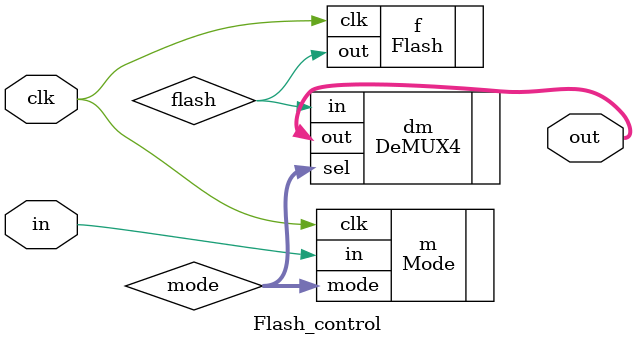
<source format=v>
module Flash_control(input clk,  in, output [3:0] out); 

wire flash;
wire [1:0] mode;

DeMUX4
	dm(.in(flash),.sel(mode), .out(out));

Flash #(.MAX(25_000_000))
	f(.clk(clk), .out(flash));

Mode 
	m(.clk(clk), .in(in), .mode(mode));
	

	
endmodule
</source>
